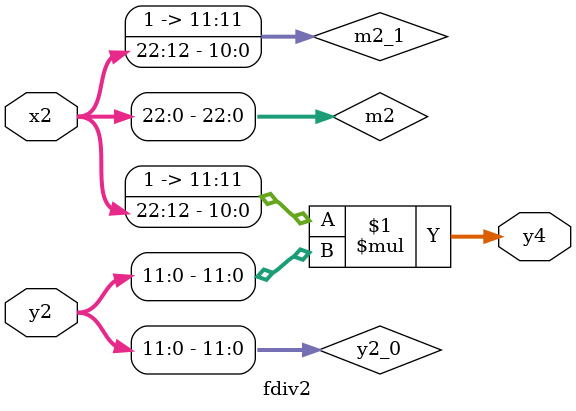
<source format=sv>
`default_nettype none

module fdiv2(
  input wire [31:0] x2,
  input wire [23:0] y2,
  output wire [23:0] y4 );

  wire [22:0] m2;
  assign m2 = x2[22:0];

  wire [11:0] m2_1, y2_0;
  assign m2_1 = {1'b1, m2[22:12]};
  assign y2_0 = y2[11:0];

  assign y4 = m2_1 * y2_0;
endmodule

`default_nettype wire

</source>
